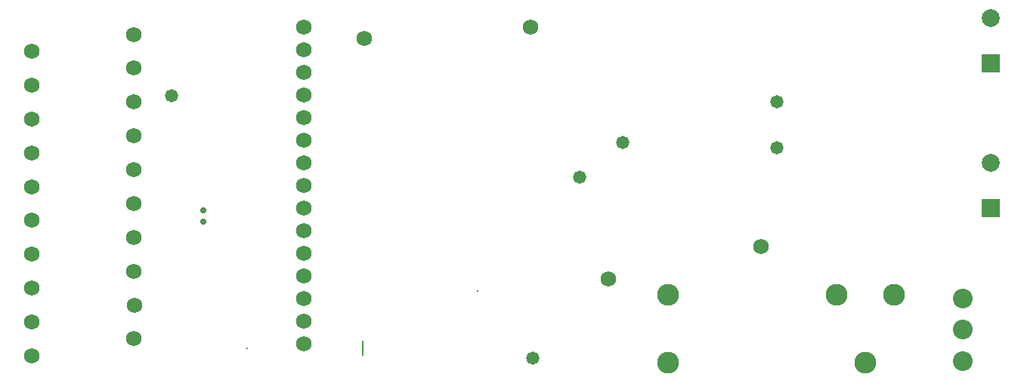
<source format=gbs>
G04*
G04 #@! TF.GenerationSoftware,Altium Limited,Altium Designer,21.7.2 (23)*
G04*
G04 Layer_Color=16711935*
%FSLAX25Y25*%
%MOIN*%
G70*
G04*
G04 #@! TF.SameCoordinates,2DF3D4ED-E0DB-4B01-A8BF-79668011FF23*
G04*
G04*
G04 #@! TF.FilePolarity,Negative*
G04*
G01*
G75*
%ADD28C,0.06800*%
%ADD29R,0.07887X0.07887*%
%ADD30C,0.07887*%
%ADD31C,0.08674*%
%ADD32C,0.00800*%
%ADD33O,0.00800X0.06800*%
%ADD34C,0.09658*%
%ADD35C,0.05800*%
%ADD36C,0.02800*%
D28*
X228500Y161000D02*
D03*
X155000Y156000D02*
D03*
X330000Y64000D02*
D03*
X128500Y161000D02*
D03*
Y151000D02*
D03*
Y141000D02*
D03*
Y21000D02*
D03*
Y31000D02*
D03*
Y41000D02*
D03*
Y51000D02*
D03*
Y61000D02*
D03*
Y71000D02*
D03*
Y81000D02*
D03*
Y91000D02*
D03*
Y101000D02*
D03*
Y111000D02*
D03*
Y121000D02*
D03*
Y131000D02*
D03*
X8500Y15657D02*
D03*
Y30618D02*
D03*
Y45579D02*
D03*
Y60539D02*
D03*
Y75500D02*
D03*
Y90461D02*
D03*
Y105421D02*
D03*
Y120382D02*
D03*
Y135343D02*
D03*
X53382Y23138D02*
D03*
X53594Y38098D02*
D03*
X53382Y53059D02*
D03*
Y68020D02*
D03*
Y82980D02*
D03*
Y97941D02*
D03*
Y112902D02*
D03*
Y127862D02*
D03*
X8500Y150303D02*
D03*
X53382Y142823D02*
D03*
Y157783D02*
D03*
X262588Y49637D02*
D03*
D29*
X431500Y145000D02*
D03*
Y81000D02*
D03*
D30*
Y165000D02*
D03*
Y101000D02*
D03*
D31*
X419000Y13441D02*
D03*
Y27220D02*
D03*
Y41000D02*
D03*
D32*
X103319Y19134D02*
D03*
X205025Y44408D02*
D03*
D33*
X154500Y19134D02*
D03*
D34*
X289090Y42500D02*
D03*
X363500D02*
D03*
X388697D02*
D03*
X376098Y12500D02*
D03*
X289090D02*
D03*
D35*
X269000Y110000D02*
D03*
X337000Y128000D02*
D03*
Y107500D02*
D03*
X250000Y94500D02*
D03*
X70000Y130500D02*
D03*
X229500Y14500D02*
D03*
D36*
X84000Y75000D02*
D03*
Y80000D02*
D03*
M02*

</source>
